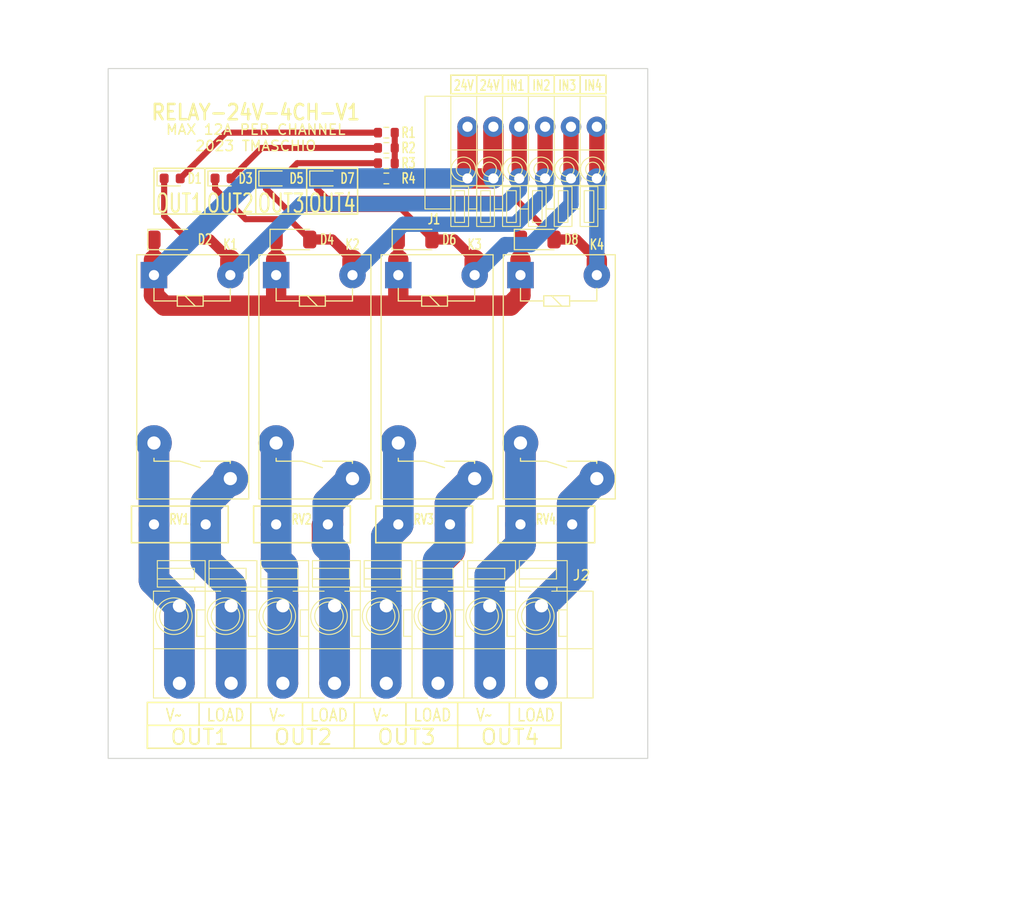
<source format=kicad_pcb>
(kicad_pcb (version 20240108) (generator "pcbnew") (generator_version "8.0")
  (title_block (title "ESP 8 Relay Module"))
  (layers (0 "F.Cu" signal) (31 "B.Cu" signal) (34 "B.Paste" user) (35 "F.Paste" user) (36 "B.SilkS" user "B.Silkscreen") (37 "F.SilkS" user "F.Silkscreen") (38 "B.Mask" user) (39 "F.Mask" user) (44 "Edge.Cuts" user))
  (net 0 "")
  (net 1 "Net-(D1-A)")
  (net 2 "+24V")
  (net 3 "Net-(D1-K)")
  (net 4 "Net-(D3-A)")
  (net 5 "Net-(D3-K)")
  (net 6 "Net-(D5-A)")
  (net 7 "Net-(D5-K)")
  (net 8 "Net-(D7-A)")
  (net 9 "Net-(D7-K)")
  (net 10 "Net-(J2-Pin_1)")
  (net 11 "Net-(J2-Pin_2)")
  (net 12 "Net-(J2-Pin_3)")
  (net 13 "Net-(J2-Pin_4)")
  (net 14 "Net-(J2-Pin_5)")
  (net 15 "Net-(J2-Pin_6)")
  (net 16 "Net-(J2-Pin_7)")
  (net 17 "Net-(J2-Pin_8)")
  (footprint "Tales:R_0603_1608Metric" (layer "F.Cu") (at 152.325 71.5 180)
    (property "Reference" "R3" (at -2.175 0 180) (layer "F.SilkS") (effects (font (size 1 0.7))))
    (property "Value" "5k6/100mW")
    (pad "1" smd roundrect (at -0.825 0 180) (size 0.8 0.95) (layers "F.Cu" "F.Paste" "F.Mask") (net 2 "+24V"))
    (pad "2" smd roundrect (at 0.825 0 180) (size 0.8 0.95) (layers "F.Cu" "F.Paste" "F.Mask") (net 6 "Net-(D5-A)"))
  )
  (footprint "Tales:D_SOD-123" (layer "F.Cu") (at 143.15 79)
    (property "Reference" "D4" (at 3.35 0 0) (layer "F.SilkS") (effects (font (size 1 0.7))))
    (property "Value" "1N4148")
    (pad "1" smd roundrect (at -1.65 0) (size 1.3 1.75) (layers "F.Cu" "F.Paste" "F.Mask") (net 2 "+24V"))
    (pad "2" smd roundrect (at 1.65 0) (size 1.3 1.75) (layers "F.Cu" "F.Paste" "F.Mask") (net 5 "Net-(D3-K)"))
  )
  (footprint "Tales:LED_0603_1608Metric" (layer "F.Cu") (at 146.2875 73)
    (property "Reference" "D7" (at 2.2125 0 0) (layer "F.SilkS") (effects (font (size 1 0.7))))
    (property "Value" "GREEN")
    (pad "1" smd roundrect (at -0.7875 0) (size 0.875 0.95) (layers "F.Cu" "F.Paste" "F.Mask") (net 9 "Net-(D7-K)"))
    (pad "2" smd roundrect (at 0.7875 0) (size 0.875 0.95) (layers "F.Cu" "F.Paste" "F.Mask") (net 8 "Net-(D7-A)"))
  )
  (footprint "Tales:R_0603_1608Metric" (layer "F.Cu") (at 152.325 73 180)
    (property "Reference" "R4" (at -2.175 0 180) (layer "F.SilkS") (effects (font (size 1 0.7))))
    (property "Value" "5k6/100mW")
    (pad "1" smd roundrect (at -0.825 0 180) (size 0.8 0.95) (layers "F.Cu" "F.Paste" "F.Mask") (net 2 "+24V"))
    (pad "2" smd roundrect (at 0.825 0 180) (size 0.8 0.95) (layers "F.Cu" "F.Paste" "F.Mask") (net 8 "Net-(D7-A)"))
  )
  (footprint "Tales:Relay_SPST_Omron_G5PZ-1A" (layer "F.Cu") (at 165.5 82.5 -90)
    (property "Reference" "K4" (at -3 -7.5 180) (layer "F.SilkS") (effects (font (size 1 0.7))))
    (property "Value" "G5PZ-1A")
    (pad "1" thru_hole rect (at 0 0 90) (size 2.6 2.6) (drill 1) (layers "*.Cu" "*.Mask") (net 2 "+24V"))
    (pad "2" thru_hole circle (at 16.5 0 90) (size 3.5 3.5) (drill 1.3) (layers "*.Cu" "*.Mask") (net 16 "Net-(J2-Pin_7)"))
    (pad "3" thru_hole circle (at 20 -7.5 90) (size 3.5 3.5) (drill 1.3) (layers "*.Cu" "*.Mask") (net 17 "Net-(J2-Pin_8)"))
    (pad "4" thru_hole circle (at 0 -7.5 90) (size 2.6 2.6) (drill 1) (layers "*.Cu" "*.Mask") (net 9 "Net-(D7-K)"))
  )
  (footprint "Tales:LED_0603_1608Metric" (layer "F.Cu") (at 131.2875 73)
    (property "Reference" "D1" (at 2.2125 0 0) (layer "F.SilkS") (effects (font (size 1 0.7))))
    (property "Value" "GREEN")
    (pad "1" smd roundrect (at -0.7875 0) (size 0.875 0.95) (layers "F.Cu" "F.Paste" "F.Mask") (net 3 "Net-(D1-K)"))
    (pad "2" smd roundrect (at 0.7875 0) (size 0.875 0.95) (layers "F.Cu" "F.Paste" "F.Mask") (net 1 "Net-(D1-A)"))
  )
  (footprint "Tales:R_0603_1608Metric" (layer "F.Cu") (at 152.325 70 180)
    (property "Reference" "R2" (at -2.175 0 180) (layer "F.SilkS") (effects (font (size 1 0.7))))
    (property "Value" "5k6/100mW")
    (pad "1" smd roundrect (at -0.825 0 180) (size 0.8 0.95) (layers "F.Cu" "F.Paste" "F.Mask") (net 2 "+24V"))
    (pad "2" smd roundrect (at 0.825 0 180) (size 0.8 0.95) (layers "F.Cu" "F.Paste" "F.Mask") (net 4 "Net-(D3-A)"))
  )
  (footprint "Tales:D_SOD-123" (layer "F.Cu") (at 131.15 79)
    (property "Reference" "D2" (at 3.35 0 0) (layer "F.SilkS") (effects (font (size 1 0.7))))
    (property "Value" "1N4148")
    (pad "1" smd roundrect (at -1.65 0) (size 1.3 1.75) (layers "F.Cu" "F.Paste" "F.Mask") (net 2 "+24V"))
    (pad "2" smd roundrect (at 1.65 0) (size 1.3 1.75) (layers "F.Cu" "F.Paste" "F.Mask") (net 3 "Net-(D1-K)"))
  )
  (footprint "Tales:RV_Disc_D9.50mm_W3.6mm_P5.08mm" (layer "F.Cu") (at 129.5 107)
    (property "Reference" "RV1" (at 2.5 -0.5 0) (layer "F.SilkS") (effects (font (size 1 0.7))))
    (property "Value" "275VAC")
    (pad "1" thru_hole circle (at 0 0) (size 2.5 2.5) (drill 1) (layers "*.Cu" "*.Mask") (net 10 "Net-(J2-Pin_1)"))
    (pad "2" thru_hole circle (at 5.08 0) (size 2.5 2.5) (drill 1) (layers "*.Cu" "*.Mask") (net 11 "Net-(J2-Pin_2)"))
  )
  (footprint "Tales:D_SOD-123" (layer "F.Cu") (at 155.15 79)
    (property "Reference" "D6" (at 3.35 0 0) (layer "F.SilkS") (effects (font (size 1 0.7))))
    (property "Value" "1N4148")
    (pad "1" smd roundrect (at -1.65 0) (size 1.3 1.75) (layers "F.Cu" "F.Paste" "F.Mask") (net 2 "+24V"))
    (pad "2" smd roundrect (at 1.65 0) (size 1.3 1.75) (layers "F.Cu" "F.Paste" "F.Mask") (net 7 "Net-(D5-K)"))
  )
  (footprint "Tales:TerminalBlock_Dibo_DB141V-2.54-6P_1x06_P2.54mm_Vertical" (layer "F.Cu") (at 173 67.92 180)
    (property "Reference" "J1" (at 16 -9.08 0) (layer "F.SilkS") (effects (font (size 1 0.7))))
    (property "Value" "DG141V-2.54-6P")
    (pad "1" thru_hole circle (at 0 -5.08) (size 2 2) (drill 1) (layers "*.Cu" "*.Mask") (net 9 "Net-(D7-K)"))
    (pad "1" thru_hole circle (at 0 0) (size 2 2) (drill 1) (layers "*.Cu" "*.Mask") (net 9 "Net-(D7-K)"))
    (pad "2" thru_hole circle (at 2.54 -5.08) (size 2 2) (drill 1) (layers "*.Cu" "*.Mask") (net 7 "Net-(D5-K)"))
    (pad "2" thru_hole circle (at 2.54 0) (size 2 2) (drill 1) (layers "*.Cu" "*.Mask") (net 7 "Net-(D5-K)"))
    (pad "3" thru_hole circle (at 5.08 -5.08) (size 2 2) (drill 1) (layers "*.Cu" "*.Mask") (net 5 "Net-(D3-K)"))
    (pad "3" thru_hole circle (at 5.08 0) (size 2 2) (drill 1) (layers "*.Cu" "*.Mask") (net 5 "Net-(D3-K)"))
    (pad "4" thru_hole circle (at 7.62 -5.08) (size 2 2) (drill 1) (layers "*.Cu" "*.Mask") (net 3 "Net-(D1-K)"))
    (pad "4" thru_hole circle (at 7.62 0) (size 2 2) (drill 1) (layers "*.Cu" "*.Mask") (net 3 "Net-(D1-K)"))
    (pad "5" thru_hole circle (at 10.16 -5.08) (size 2 2) (drill 1) (layers "*.Cu" "*.Mask") (net 2 "+24V"))
    (pad "5" thru_hole circle (at 10.16 0) (size 2 2) (drill 1) (layers "*.Cu" "*.Mask") (net 2 "+24V"))
    (pad "6" thru_hole circle (at 12.7 -5.08) (size 2 2) (drill 1) (layers "*.Cu" "*.Mask") (net 2 "+24V"))
    (pad "6" thru_hole circle (at 12.7 0) (size 2 2) (drill 1) (layers "*.Cu" "*.Mask") (net 2 "+24V"))
  )
  (footprint "Tales:Relay_SPST_Omron_G5PZ-1A" (layer "F.Cu") (at 153.5 82.5 -90)
    (property "Reference" "K3" (at -3 -7.5 180) (layer "F.SilkS") (effects (font (size 1 0.7))))
    (property "Value" "G5PZ-1A")
    (pad "1" thru_hole rect (at 0 0 90) (size 2.6 2.6) (drill 1) (layers "*.Cu" "*.Mask") (net 2 "+24V"))
    (pad "2" thru_hole circle (at 16.5 0 90) (size 3.5 3.5) (drill 1.3) (layers "*.Cu" "*.Mask") (net 14 "Net-(J2-Pin_5)"))
    (pad "3" thru_hole circle (at 20 -7.5 90) (size 3.5 3.5) (drill 1.3) (layers "*.Cu" "*.Mask") (net 15 "Net-(J2-Pin_6)"))
    (pad "4" thru_hole circle (at 0 -7.5 90) (size 2.6 2.6) (drill 1) (layers "*.Cu" "*.Mask") (net 7 "Net-(D5-K)"))
  )
  (footprint "Tales:TerminalBlock_Dibo_DB142V-5.08-8P_1x08_P5.08mm_Vertical" (layer "F.Cu") (at 132 122.62)
    (property "Reference" "J2" (at 39.5 -10.62 0) (layer "F.SilkS"))
    (property "Value" "DB142V-5.08-8P")
    (pad "1" thru_hole circle (at 0 -7.62 180) (size 3 3) (drill 1.3) (layers "*.Cu" "*.Mask") (net 10 "Net-(J2-Pin_1)"))
    (pad "1" thru_hole circle (at 0 0 180) (size 3 3) (drill 1.3) (layers "*.Cu" "*.Mask") (net 10 "Net-(J2-Pin_1)"))
    (pad "2" thru_hole circle (at 5.08 -7.62 180) (size 3 3) (drill 1.3) (layers "*.Cu" "*.Mask") (net 11 "Net-(J2-Pin_2)"))
    (pad "2" thru_hole circle (at 5.08 0 180) (size 3 3) (drill 1.3) (layers "*.Cu" "*.Mask") (net 11 "Net-(J2-Pin_2)"))
    (pad "3" thru_hole circle (at 10.16 -7.62 180) (size 3 3) (drill 1.3) (layers "*.Cu" "*.Mask") (net 12 "Net-(J2-Pin_3)"))
    (pad "3" thru_hole circle (at 10.16 0 180) (size 3 3) (drill 1.3) (layers "*.Cu" "*.Mask") (net 12 "Net-(J2-Pin_3)"))
    (pad "4" thru_hole circle (at 15.24 -7.62 180) (size 3 3) (drill 1.3) (layers "*.Cu" "*.Mask") (net 13 "Net-(J2-Pin_4)"))
    (pad "4" thru_hole circle (at 15.24 0 180) (size 3 3) (drill 1.3) (layers "*.Cu" "*.Mask") (net 13 "Net-(J2-Pin_4)"))
    (pad "5" thru_hole circle (at 20.32 -7.62 180) (size 3 3) (drill 1.3) (layers "*.Cu" "*.Mask") (net 14 "Net-(J2-Pin_5)"))
    (pad "5" thru_hole circle (at 20.32 0 180) (size 3 3) (drill 1.3) (layers "*.Cu" "*.Mask") (net 14 "Net-(J2-Pin_5)"))
    (pad "6" thru_hole circle (at 25.4 -7.62 180) (size 3 3) (drill 1.3) (layers "*.Cu" "*.Mask") (net 15 "Net-(J2-Pin_6)"))
    (pad "6" thru_hole circle (at 25.4 0 180) (size 3 3) (drill 1.3) (layers "*.Cu" "*.Mask") (net 15 "Net-(J2-Pin_6)"))
    (pad "7" thru_hole circle (at 30.48 -7.62 180) (size 3 3) (drill 1.3) (layers "*.Cu" "*.Mask") (net 16 "Net-(J2-Pin_7)"))
    (pad "7" thru_hole circle (at 30.48 0 180) (size 3 3) (drill 1.3) (layers "*.Cu" "*.Mask") (net 16 "Net-(J2-Pin_7)"))
    (pad "8" thru_hole circle (at 35.56 -7.62 180) (size 3 3) (drill 1.3) (layers "*.Cu" "*.Mask") (net 17 "Net-(J2-Pin_8)"))
    (pad "8" thru_hole circle (at 35.56 0 180) (size 3 3) (drill 1.3) (layers "*.Cu" "*.Mask") (net 17 "Net-(J2-Pin_8)"))
  )
  (footprint "Tales:LED_0603_1608Metric" (layer "F.Cu") (at 136.2875 73)
    (property "Reference" "D3" (at 2.2125 0 0) (layer "F.SilkS") (effects (font (size 1 0.7))))
    (property "Value" "GREEN")
    (pad "1" smd roundrect (at -0.7875 0) (size 0.875 0.95) (layers "F.Cu" "F.Paste" "F.Mask") (net 5 "Net-(D3-K)"))
    (pad "2" smd roundrect (at 0.7875 0) (size 0.875 0.95) (layers "F.Cu" "F.Paste" "F.Mask") (net 4 "Net-(D3-A)"))
  )
  (footprint "Tales:RV_Disc_D9.50mm_W3.6mm_P5.08mm" (layer "F.Cu") (at 165.5 107)
    (property "Reference" "RV4" (at 2.5 -0.5 0) (layer "F.SilkS") (effects (font (size 1 0.7))))
    (property "Value" "275VAC")
    (pad "1" thru_hole circle (at 0 0) (size 2.5 2.5) (drill 1) (layers "*.Cu" "*.Mask") (net 16 "Net-(J2-Pin_7)"))
    (pad "2" thru_hole circle (at 5.08 0) (size 2.5 2.5) (drill 1) (layers "*.Cu" "*.Mask") (net 17 "Net-(J2-Pin_8)"))
  )
  (footprint "Tales:RV_Disc_D9.50mm_W3.6mm_P5.08mm" (layer "F.Cu") (at 141.5 107)
    (property "Reference" "RV2" (at 2.5 -0.5 0) (layer "F.SilkS") (effects (font (size 1 0.7))))
    (property "Value" "275VAC")
    (pad "1" thru_hole circle (at 0 0) (size 2.5 2.5) (drill 1) (layers "*.Cu" "*.Mask") (net 12 "Net-(J2-Pin_3)"))
    (pad "2" thru_hole circle (at 5.08 0) (size 2.5 2.5) (drill 1) (layers "*.Cu" "*.Mask") (net 13 "Net-(J2-Pin_4)"))
  )
  (footprint "Tales:Relay_SPST_Omron_G5PZ-1A" (layer "F.Cu") (at 141.5 82.5 -90)
    (property "Reference" "K2" (at -3 -7.5 180) (layer "F.SilkS") (effects (font (size 1 0.7))))
    (property "Value" "G5PZ-1A")
    (pad "1" thru_hole rect (at 0 0 90) (size 2.6 2.6) (drill 1) (layers "*.Cu" "*.Mask") (net 2 "+24V"))
    (pad "2" thru_hole circle (at 16.5 0 90) (size 3.5 3.5) (drill 1.3) (layers "*.Cu" "*.Mask") (net 12 "Net-(J2-Pin_3)"))
    (pad "3" thru_hole circle (at 20 -7.5 90) (size 3.5 3.5) (drill 1.3) (layers "*.Cu" "*.Mask") (net 13 "Net-(J2-Pin_4)"))
    (pad "4" thru_hole circle (at 0 -7.5 90) (size 2.6 2.6) (drill 1) (layers "*.Cu" "*.Mask") (net 5 "Net-(D3-K)"))
  )
  (footprint "Tales:D_SOD-123" (layer "F.Cu") (at 167.15 79)
    (property "Reference" "D8" (at 3.35 0 0) (layer "F.SilkS") (effects (font (size 1 0.7))))
    (property "Value" "1N4148")
    (pad "1" smd roundrect (at -1.65 0) (size 1.3 1.75) (layers "F.Cu" "F.Paste" "F.Mask") (net 2 "+24V"))
    (pad "2" smd roundrect (at 1.65 0) (size 1.3 1.75) (layers "F.Cu" "F.Paste" "F.Mask") (net 9 "Net-(D7-K)"))
  )
  (footprint "Tales:Relay_SPST_Omron_G5PZ-1A" (layer "F.Cu") (at 129.5 82.5 -90)
    (property "Reference" "K1" (at -3 -7.5 180) (layer "F.SilkS") (effects (font (size 1 0.7))))
    (property "Value" "G5PZ-1A")
    (pad "1" thru_hole rect (at 0 0 90) (size 2.6 2.6) (drill 1) (layers "*.Cu" "*.Mask") (net 2 "+24V"))
    (pad "2" thru_hole circle (at 16.5 0 90) (size 3.5 3.5) (drill 1.3) (layers "*.Cu" "*.Mask") (net 10 "Net-(J2-Pin_1)"))
    (pad "3" thru_hole circle (at 20 -7.5 90) (size 3.5 3.5) (drill 1.3) (layers "*.Cu" "*.Mask") (net 11 "Net-(J2-Pin_2)"))
    (pad "4" thru_hole circle (at 0 -7.5 90) (size 2.6 2.6) (drill 1) (layers "*.Cu" "*.Mask") (net 3 "Net-(D1-K)"))
  )
  (footprint "Tales:RV_Disc_D9.50mm_W3.6mm_P5.08mm" (layer "F.Cu") (at 153.5 107)
    (property "Reference" "RV3" (at 2.5 -0.5 0) (layer "F.SilkS") (effects (font (size 1 0.7))))
    (property "Value" "275VAC")
    (pad "1" thru_hole circle (at 0 0) (size 2.5 2.5) (drill 1) (layers "*.Cu" "*.Mask") (net 14 "Net-(J2-Pin_5)"))
    (pad "2" thru_hole circle (at 5.08 0) (size 2.5 2.5) (drill 1) (layers "*.Cu" "*.Mask") (net 15 "Net-(J2-Pin_6)"))
  )
  (footprint "Tales:R_0603_1608Metric" (layer "F.Cu") (at 152.325 68.5 180)
    (property "Reference" "R1" (at -2.175 0 180) (layer "F.SilkS") (effects (font (size 1 0.7))))
    (property "Value" "5k6/100mW")
    (pad "1" smd roundrect (at -0.825 0 180) (size 0.8 0.95) (layers "F.Cu" "F.Paste" "F.Mask") (net 2 "+24V"))
    (pad "2" smd roundrect (at 0.825 0 180) (size 0.8 0.95) (layers "F.Cu" "F.Paste" "F.Mask") (net 1 "Net-(D1-A)"))
  )
  (footprint "Tales:LED_0603_1608Metric" (layer "F.Cu") (at 141.2875 73)
    (property "Reference" "D5" (at 2.2125 0 0) (layer "F.SilkS") (effects (font (size 1 0.7))))
    (property "Value" "GREEN")
    (pad "1" smd roundrect (at -0.7875 0) (size 0.875 0.95) (layers "F.Cu" "F.Paste" "F.Mask") (net 7 "Net-(D5-K)"))
    (pad "2" smd roundrect (at 0.7875 0) (size 0.875 0.95) (layers "F.Cu" "F.Paste" "F.Mask") (net 6 "Net-(D5-A)"))
  )
  (gr_rect (start 158.66 62.85) (end 173.9 64.67) (stroke (width 0.15)) (fill none) (layer "F.SilkS"))
  (gr_line (start 144.5 76.5) (end 144.5 72) (stroke (width 0.15)) (layer "F.SilkS"))
  (gr_line (start 144.09 124.5) (end 144.09 126.75) (stroke (width 0.15)) (layer "F.SilkS"))
  (gr_line (start 128.85 124.5) (end 169.49 124.5) (stroke (width 0.15)) (layer "F.SilkS"))
  (gr_line (start 166.28 64.67) (end 166.28 62.85) (stroke (width 0.15)) (layer "F.SilkS"))
  (gr_line (start 164.41 124.5) (end 164.41 126.75) (stroke (width 0.15)) (layer "F.SilkS"))
  (gr_line (start 149.17 124.5) (end 149.17 129) (stroke (width 0.15)) (layer "F.SilkS"))
  (gr_line (start 169.49 124.5) (end 169.49 129) (stroke (width 0.15)) (layer "F.SilkS"))
  (gr_line (start 129.5 72) (end 149.5 72) (stroke (width 0.15)) (layer "F.SilkS"))
  (gr_line (start 149.5 76.5) (end 129.5 76.5) (stroke (width 0.15)) (layer "F.SilkS"))
  (gr_line (start 171.36 64.65) (end 171.36 62.85) (stroke (width 0.15)) (layer "F.SilkS"))
  (gr_line (start 163.74 64.65) (end 163.74 62.85) (stroke (width 0.15)) (layer "F.SilkS"))
  (gr_line (start 159.33 124.5) (end 159.33 129) (stroke (width 0.15)) (layer "F.SilkS"))
  (gr_line (start 168.82 64.65) (end 168.82 62.85) (stroke (width 0.15)) (layer "F.SilkS"))
  (gr_line (start 154.25 124.5) (end 154.25 126.75) (stroke (width 0.15)) (layer "F.SilkS"))
  (gr_line (start 139.5 76.5) (end 139.5 72) (stroke (width 0.15)) (layer "F.SilkS"))
  (gr_line (start 149.5 72) (end 149.5 76.5) (stroke (width 0.15)) (layer "F.SilkS"))
  (gr_line (start 128.85 126.75) (end 128.85 129) (stroke (width 0.15)) (layer "F.SilkS"))
  (gr_line (start 134.5 72) (end 134.5 76.5) (stroke (width 0.15)) (layer "F.SilkS"))
  (gr_line (start 139.01 124.5) (end 139.01 129) (stroke (width 0.15)) (layer "F.SilkS"))
  (gr_line (start 128.85 124.5) (end 128.85 129) (stroke (width 0.15)) (layer "F.SilkS"))
  (gr_line (start 133.93 124.5) (end 133.93 126.75) (stroke (width 0.15)) (layer "F.SilkS"))
  (gr_line (start 129.5 76.5) (end 129.5 72) (stroke (width 0.15)) (layer "F.SilkS"))
  (gr_line (start 128.85 126.75) (end 169.49 126.75) (stroke (width 0.15)) (layer "F.SilkS"))
  (gr_line (start 161.2 64.65) (end 161.2 62.85) (stroke (width 0.15)) (layer "F.SilkS"))
  (gr_line (start 128.85 129) (end 169.49 129) (stroke (width 0.15)) (layer "F.SilkS"))
  (gr_rect (start 125 62.2) (end 178 130) (stroke (width 0.1)) (fill none) (layer "Edge.Cuts"))
  (gr_text "OUT3" (at 154.31 127.9 0) (layer "F.SilkS") (effects (font (size 1.5 1.5) (thickness 0.2))))
  (gr_text "IN2" (at 167.55 64.45 0) (layer "F.SilkS") (effects (font (size 1 0.7) (thickness 0.15) (bold yes)) (justify bottom)))
  (gr_text "V~" (at 131.45 125.75 0) (layer "F.SilkS") (effects (font (size 1.2 1))))
  (gr_text "OUT3" (at 142 76.5 0) (layer "F.SilkS") (effects (font (size 1.8 1.2) (thickness 0.2)) (justify bottom)))
  (gr_text "LOAD" (at 136.53 125.75 0) (layer "F.SilkS") (effects (font (size 1.2 1))))
  (gr_text "LOAD" (at 167.01 125.75 0) (layer "F.SilkS") (effects (font (size 1.2 1))))
  (gr_text "LOAD" (at 146.69 125.75 0) (layer "F.SilkS") (effects (font (size 1.2 1))))
  (gr_text "OUT2" (at 144.15 127.9 0) (layer "F.SilkS") (effects (font (size 1.5 1.5) (thickness 0.2))))
  (gr_text "V~" (at 141.61 125.75 0) (layer "F.SilkS") (effects (font (size 1.2 1))))
  (gr_text "OUT2" (at 137 76.5 0) (layer "F.SilkS") (effects (font (size 1.8 1.2) (thickness 0.2)) (justify bottom)))
  (gr_text "IN1" (at 165.01 64.45 0) (layer "F.SilkS") (effects (font (size 1 0.7) (thickness 0.15) (bold yes)) (justify bottom)))
  (gr_text "V~" (at 161.93 125.75 0) (layer "F.SilkS") (effects (font (size 1.2 1))))
  (gr_text "LOAD" (at 156.85 125.75 0) (layer "F.SilkS") (effects (font (size 1.2 1))))
  (gr_text "OUT4" (at 147 76.5 0) (layer "F.SilkS") (effects (font (size 1.8 1.2) (thickness 0.2)) (justify bottom)))
  (gr_text "OUT1" (at 132 76.5 0) (layer "F.SilkS") (effects (font (size 1.8 1.2) (thickness 0.2)) (justify bottom)))
  (gr_text "OUT1" (at 133.99 127.9 0) (layer "F.SilkS") (effects (font (size 1.5 1.5) (thickness 0.2))))
  (gr_text "RELAY-24V-4CH-V1" (at 139.5 66.5 0) (layer "F.SilkS") (effects (font (size 1.5 1.3) (thickness 0.25) (bold yes))))
  (gr_text "IN3" (at 170.09 64.45 0) (layer "F.SilkS") (effects (font (size 1 0.7) (thickness 0.15) (bold yes)) (justify bottom)))
  (gr_text "24V" (at 159.93 64.45 0) (layer "F.SilkS") (effects (font (size 1 0.7) (thickness 0.15) (bold yes)) (justify bottom)))
  (gr_text "OUT4" (at 164.47 127.9 0) (layer "F.SilkS") (effects (font (size 1.5 1.5) (thickness 0.2))))
  (gr_text "24V" (at 162.47 64.45 0) (layer "F.SilkS") (effects (font (size 1 0.7) (thickness 0.15) (bold yes)) (justify bottom)))
  (gr_text "V~" (at 151.77 125.75 0) (layer "F.SilkS") (effects (font (size 1.2 1))))
  (gr_text "IN4" (at 172.63 64.45 0) (layer "F.SilkS") (effects (font (size 1 0.7) (thickness 0.15) (bold yes)) (justify bottom)))
  (gr_text "MAX 12A PER CHANNEL\n2023 TMASCHIO" (at 139.5 69 0) (layer "F.SilkS") (effects (font (size 1 1))))
  (segment (start 136.575 68.5) (end 132.075 73) (width 0.6) (layer "F.Cu") (net 1))
  (segment (start 151.5 68.5) (end 136.575 68.5) (width 0.6) (layer "F.Cu") (net 1))
  (segment (start 153.15 73) (end 153.15 71.5) (width 0.6) (layer "F.Cu") (net 2))
  (segment (start 153.5 82.5) (end 153.5 81) (width 2) (layer "F.Cu") (net 2))
  (segment (start 141.5 82.5) (end 141.5 81) (width 2) (layer "F.Cu") (net 2))
  (segment (start 129.5 79) (end 129.5 81) (width 1) (layer "F.Cu") (net 2))
  (segment (start 141.5 85.5) (end 153.5 85.5) (width 2) (layer "F.Cu") (net 2))
  (segment (start 129.5 82.5) (end 129.5 84.5) (width 2) (layer "F.Cu") (net 2))
  (segment (start 153.15 71.5) (end 153.15 70) (width 0.6) (layer "F.Cu") (net 2))
  (segment (start 164.5 85.5) (end 165.5 84.5) (width 2) (layer "F.Cu") (net 2))
  (segment (start 162.84 73) (end 160.3 73) (width 2) (layer "F.Cu") (net 2))
  (segment (start 153.15 73) (end 159 73) (width 0.6) (layer "F.Cu") (net 2))
  (segment (start 160.3 73) (end 159 73) (width 2) (layer "F.Cu") (net 2))
  (segment (start 153.15 70) (end 153.15 68.5) (width 0.6) (layer "F.Cu") (net 2))
  (segment (start 141.5 82.5) (end 141.5 85.5) (width 2) (layer "F.Cu") (net 2))
  (segment (start 160.3 67.92) (end 160.3 73) (width 2) (layer "F.Cu") (net 2))
  (segment (start 165.5 79) (end 165.5 81) (width 1) (layer "F.Cu") (net 2))
  (segment (start 129.5 82.5) (end 129.5 81) (width 2) (layer "F.Cu") (net 2))
  (segment (start 153.5 82.5) (end 153.5 85.5) (width 2) (layer "F.Cu") (net 2))
  (segment (start 162.84 67.92) (end 162.84 73) (width 2) (layer "F.Cu") (net 2))
  (segment (start 165.5 84.5) (end 165.5 82.5) (width 2) (layer "F.Cu") (net 2))
  (segment (start 141.5 79) (end 141.5 81) (width 1) (layer "F.Cu") (net 2))
  (segment (start 153.5 85.5) (end 164.5 85.5) (width 2) (layer "F.Cu") (net 2))
  (segment (start 153.5 79) (end 153.5 81) (width 1) (layer "F.Cu") (net 2))
  (segment (start 129.5 84.5) (end 130.5 85.5) (width 2) (layer "F.Cu") (net 2))
  (segment (start 130.5 85.5) (end 141.5 85.5) (width 2) (layer "F.Cu") (net 2))
  (segment (start 165.5 82.5) (end 165.5 81) (width 2) (layer "F.Cu") (net 2))
  (segment (start 139 73) (end 129.5 82.5) (width 2) (layer "B.Cu") (net 2))
  (segment (start 160.3 73) (end 139 73) (width 2) (layer "B.Cu") (net 2))
  (segment (start 130.5 73) (end 130.5 76.7) (width 0.6) (layer "F.Cu") (net 3))
  (segment (start 135 79) (end 137 81) (width 1) (layer "F.Cu") (net 3))
  (segment (start 132.8 79) (end 135 79) (width 1) (layer "F.Cu") (net 3))
  (segment (start 137 82.5) (end 137 81) (width 2) (layer "F.Cu") (net 3))
  (segment (start 130.5 76.7) (end 132.8 79) (width 0.6) (layer "F.Cu") (net 3))
  (segment (start 165.38 67.92) (end 165.38 73) (width 1.5) (layer "F.Cu") (net 3))
  (segment (start 164 75.5) (end 144 75.5) (width 1.5) (layer "B.Cu") (net 3))
  (segment (start 165.38 73) (end 165.38 74.12) (width 1.5) (layer "B.Cu") (net 3))
  (segment (start 165.38 74.12) (end 164 75.5) (width 1.5) (layer "B.Cu") (net 3))
  (segment (start 144 75.5) (end 137 82.5) (width 1.5) (layer "B.Cu") (net 3))
  (segment (start 151.5 70) (end 140.075 70) (width 0.6) (layer "F.Cu") (net 4))
  (segment (start 140.075 70) (end 137.075 73) (width 0.6) (layer "F.Cu") (net 4))
  (segment (start 144.8 79) (end 147 79) (width 1) (layer "F.Cu") (net 5))
  (segment (start 138.5 77) (end 142.8 77) (width 0.6) (layer "F.Cu") (net 5))
  (segment (start 167.92 67.92) (end 167.92 73) (width 1.5) (layer "F.Cu") (net 5))
  (segment (start 149 82.5) (end 149 81) (width 2) (layer "F.Cu") (net 5))
  (segment (start 135.5 74) (end 138.5 77) (width 0.6) (layer "F.Cu") (net 5))
  (segment (start 147 79) (end 149 81) (width 1) (layer "F.Cu") (net 5))
  (segment (start 142.8 77) (end 144.8 79) (width 0.6) (layer "F.Cu") (net 5))
  (segment (start 135.5 73) (end 135.5 74) (width 0.6) (layer "F.Cu") (net 5))
  (segment (start 154 77.5) (end 149 82.5) (width 1.5) (layer "B.Cu") (net 5))
  (segment (start 167.92 73) (end 167.92 74.58) (width 1.5) (layer "B.Cu") (net 5))
  (segment (start 165 77.5) (end 154 77.5) (width 1.5) (layer "B.Cu") (net 5))
  (segment (start 167.92 74.58) (end 165 77.5) (width 1.5) (layer "B.Cu") (net 5))
  (segment (start 151.5 71.5) (end 143.575 71.5) (width 0.6) (layer "F.Cu") (net 6))
  (segment (start 143.575 71.5) (end 142.075 73) (width 0.6) (layer "F.Cu") (net 6))
  (segment (start 156.8 79) (end 159 79) (width 1) (layer "F.Cu") (net 7))
  (segment (start 170.46 67.92) (end 170.46 73) (width 1.5) (layer "F.Cu") (net 7))
  (segment (start 140.5 73) (end 140.5 74) (width 0.6) (layer "F.Cu") (net 7))
  (segment (start 140.5 74) (end 142.5 76) (width 0.6) (layer "F.Cu") (net 7))
  (segment (start 161 82.5) (end 161 81) (width 2) (layer "F.Cu") (net 7))
  (segment (start 142.5 76) (end 153.8 76) (width 0.6) (layer "F.Cu") (net 7))
  (segment (start 159 79) (end 161 81) (width 1) (layer "F.Cu") (net 7))
  (segment (start 153.8 76) (end 156.8 79) (width 0.6) (layer "F.Cu") (net 7))
  (segment (start 164 79.5) (end 161 82.5) (width 1.5) (layer "B.Cu") (net 7))
  (segment (start 170.46 75.54) (end 166.5 79.5) (width 1.5) (layer "B.Cu") (net 7))
  (segment (start 166.5 79.5) (end 164 79.5) (width 1.5) (layer "B.Cu") (net 7))
  (segment (start 170.46 73) (end 170.46 75.54) (width 1.5) (layer "B.Cu") (net 7))
  (segment (start 147.075 73) (end 151.5 73) (width 0.6) (layer "F.Cu") (net 8))
  (segment (start 145.5 74) (end 146.5 75) (width 0.6) (layer "F.Cu") (net 9))
  (segment (start 146.5 75) (end 165 75) (width 0.6) (layer "F.Cu") (net 9))
  (segment (start 171 79) (end 173 81) (width 1) (layer "F.Cu") (net 9))
  (segment (start 168.8 79) (end 171 79) (width 1) (layer "F.Cu") (net 9))
  (segment (start 165 75) (end 169 79) (width 0.6) (layer "F.Cu") (net 9))
  (segment (start 173 82.5) (end 173 81) (width 2) (layer "F.Cu") (net 9))
  (segment (start 145.5 73) (end 145.5 74) (width 0.6) (layer "F.Cu") (net 9))
  (segment (start 173 67.92) (end 173 73) (width 1.5) (layer "F.Cu") (net 9))
  (segment (start 173 73) (end 173 82.5) (width 1.5) (layer "B.Cu") (net 9))
  (segment (start 129.5 107) (end 129.5 112.5) (width 3) (layer "F.Cu") (net 10))
  (segment (start 132 122.62) (end 132 115) (width 3) (layer "F.Cu") (net 10))
  (segment (start 129.5 99) (end 129.5 107) (width 3) (layer "F.Cu") (net 10))
  (segment (start 129.5 112.5) (end 132 115) (width 3) (layer "F.Cu") (net 10))
  (segment (start 132 115) (end 129.5 112.5) (width 3) (layer "B.Cu") (net 10))
  (segment (start 132 122.62) (end 132 115) (width 3) (layer "B.Cu") (net 10))
  (segment (start 129.5 107) (end 129.5 99) (width 3) (layer "B.Cu") (net 10))
  (segment (start 129.5 112.5) (end 129.5 107) (width 3) (layer "B.Cu") (net 10))
  (segment (start 137.08 122.62) (end 137.08 115) (width 3) (layer "F.Cu") (net 11))
  (segment (start 134.58 107) (end 134.58 104.92) (width 3) (layer "F.Cu") (net 11))
  (segment (start 134.58 104.92) (end 137 102.5) (width 3) (layer "F.Cu") (net 11))
  (segment (start 134.58 107) (end 134.58 110.58) (width 3) (layer "F.Cu") (net 11))
  (segment (start 134.58 110.58) (end 137.08 113.08) (width 3) (layer "F.Cu") (net 11))
  (segment (start 137.08 113.08) (end 137.08 115) (width 3) (layer "F.Cu") (net 11))
  (segment (start 137.08 113.08) (end 134.58 110.58) (width 3) (layer "B.Cu") (net 11))
  (segment (start 137.08 122.62) (end 137.08 115) (width 3) (layer "B.Cu") (net 11))
  (segment (start 137.08 115) (end 137.08 113.08) (width 3) (layer "B.Cu") (net 11))
  (segment (start 134.58 110.58) (end 134.58 107) (width 3) (layer "B.Cu") (net 11))
  (segment (start 134.58 107) (end 134.58 104.92) (width 3) (layer "B.Cu") (net 11))
  (segment (start 134.58 104.92) (end 137 102.5) (width 3) (layer "B.Cu") (net 11))
  (segment (start 142.16 122.62) (end 142.16 115) (width 3) (layer "F.Cu") (net 12))
  (segment (start 141.5 107) (end 141.5 110.5) (width 3) (layer "F.Cu") (net 12))
  (segment (start 141.5 110.5) (end 142.16 111.16) (width 3) (layer "F.Cu") (net 12))
  (segment (start 141.5 99) (end 141.5 107) (width 3) (layer "F.Cu") (net 12))
  (segment (start 142.16 111.16) (end 142.16 115) (width 3) (layer "F.Cu") (net 12))
  (segment (start 141.5 110.5) (end 141.5 107) (width 3) (layer "B.Cu") (net 12))
  (segment (start 142.16 115) (end 142.16 111.16) (width 3) (layer "B.Cu") (net 12))
  (segment (start 142.16 122.62) (end 142.16 115) (width 3) (layer "B.Cu") (net 12))
  (segment (start 142.16 111.16) (end 141.5 110.5) (width 3) (layer "B.Cu") (net 12))
  (segment (start 141.5 107) (end 141.5 99) (width 3) (layer "B.Cu") (net 12))
  (segment (start 147.24 109.74) (end 147.24 115) (width 3) (layer "F.Cu") (net 13))
  (segment (start 146.58 104.92) (end 149 102.5) (width 3) (layer "F.Cu") (net 13))
  (segment (start 146.5 109) (end 147.24 109.74) (width 3) (layer "F.Cu") (net 13))
  (segment (start 146.58 107) (end 146.5 107.08) (width 3) (layer "F.Cu") (net 13))
  (segment (start 147.24 122.62) (end 147.24 115) (width 3) (layer "F.Cu") (net 13))
  (segment (start 146.58 107) (end 146.58 104.92) (width 3) (layer "F.Cu") (net 13))
  (segment (start 146.5 107.08) (end 146.5 109) (width 3) (layer "F.Cu") (net 13))
  (segment (start 147.24 115) (end 147.24 109.74) (width 3) (layer "B.Cu") (net 13))
  (segment (start 146.58 104.92) (end 149 102.5) (width 3) (layer "B.Cu") (net 13))
  (segment (start 147.24 109.74) (end 146.5 109) (width 3) (layer "B.Cu") (net 13))
  (segment (start 146.58 108.92) (end 146.58 107) (width 3) (layer "B.Cu") (net 13))
  (segment (start 146.5 109) (end 146.58 108.92) (width 3) (layer "B.Cu") (net 13))
  (segment (start 147.24 122.62) (end 147.24 115) (width 3) (layer "B.Cu") (net 13))
  (segment (start 146.58 107) (end 146.58 104.92) (width 3) (layer "B.Cu") (net 13))
  (segment (start 152.32 108.18) (end 153.5 107) (width 3) (layer "F.Cu") (net 14))
  (segment (start 152.32 115) (end 152.32 108.18) (width 3) (layer "F.Cu") (net 14))
  (segment (start 152.32 122.62) (end 152.32 115) (width 3) (layer "F.Cu") (net 14))
  (segment (start 153.5 99) (end 153.5 107) (width 3) (layer "F.Cu") (net 14))
  (segment (start 152.32 108.18) (end 153.5 107) (width 3) (layer "B.Cu") (net 14))
  (segment (start 152.32 122.62) (end 152.32 115) (width 3) (layer "B.Cu") (net 14))
  (segment (start 152.32 115) (end 152.32 108.18) (width 3) (layer "B.Cu") (net 14))
  (segment (start 153.5 107) (end 153.5 99) (width 3) (layer "B.Cu") (net 14))
  (segment (start 157.4 110.7) (end 157.4 115) (width 3) (layer "F.Cu") (net 15))
  (segment (start 158.58 107) (end 158.58 104.92) (width 3) (layer "F.Cu") (net 15))
  (segment (start 158.58 104.92) (end 161 102.5) (width 3) (layer "F.Cu") (net 15))
  (segment (start 158.58 107) (end 158.58 109.52) (width 3) (layer "F.Cu") (net 15))
  (segment (start 158.58 109.52) (end 157.4 110.7) (width 3) (layer "F.Cu") (net 15))
  (segment (start 157.4 122.62) (end 157.4 115) (width 3) (layer "F.Cu") (net 15))
  (segment (start 157.4 110.6) (end 158.58 109.42) (width 3) (layer "B.Cu") (net 15))
  (segment (start 158.58 109.42) (end 158.58 107) (width 3) (layer "B.Cu") (net 15))
  (segment (start 157.4 115) (end 157.4 110.6) (width 3) (layer "B.Cu") (net 15))
  (segment (start 157.4 122.62) (end 157.4 115) (width 3) (layer "B.Cu") (net 15))
  (segment (start 158.58 104.92) (end 161 102.5) (width 3) (layer "B.Cu") (net 15))
  (segment (start 158.58 107) (end 158.58 104.92) (width 3) (layer "B.Cu") (net 15))
  (segment (start 165.5 99) (end 165.5 107) (width 3) (layer "F.Cu") (net 16))
  (segment (start 162.48 112.02) (end 165.5 109) (width 3) (layer "F.Cu") (net 16))
  (segment (start 162.48 122.62) (end 162.48 115) (width 3) (layer "F.Cu") (net 16))
  (segment (start 162.48 115) (end 162.48 112.02) (width 3) (layer "F.Cu") (net 16))
  (segment (start 165.5 109) (end 165.5 107) (width 3) (layer "F.Cu") (net 16))
  (segment (start 162.48 112.02) (end 165.5 109) (width 3) (layer "B.Cu") (net 16))
  (segment (start 162.48 122.62) (end 162.48 115) (width 3) (layer "B.Cu") (net 16))
  (segment (start 165.5 107) (end 165.5 99) (width 3) (layer "B.Cu") (net 16))
  (segment (start 162.48 115) (end 162.48 112.02) (width 3) (layer "B.Cu") (net 16))
  (segment (start 165.5 109) (end 165.5 107) (width 3) (layer "B.Cu") (net 16))
  (segment (start 170.58 107) (end 170.58 111.98) (width 3) (layer "F.Cu") (net 17))
  (segment (start 170.58 104.92) (end 173 102.5) (width 3) (layer "F.Cu") (net 17))
  (segment (start 170.58 111.98) (end 167.56 115) (width 3) (layer "F.Cu") (net 17))
  (segment (start 170.58 107) (end 170.58 104.92) (width 3) (layer "F.Cu") (net 17))
  (segment (start 167.56 122.62) (end 167.56 115) (width 3) (layer "F.Cu") (net 17))
  (segment (start 170.58 104.92) (end 173 102.5) (width 3) (layer "B.Cu") (net 17))
  (segment (start 170.58 111.98) (end 170.58 107) (width 3) (layer "B.Cu") (net 17))
  (segment (start 167.56 115) (end 170.58 111.98) (width 3) (layer "B.Cu") (net 17))
  (segment (start 170.58 107) (end 170.58 104.92) (width 3) (layer "B.Cu") (net 17))
  (segment (start 167.56 122.62) (end 167.56 115) (width 3) (layer "B.Cu") (net 17))
)
</source>
